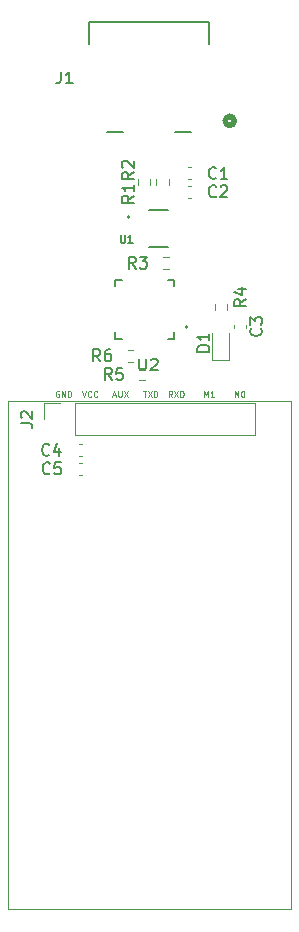
<source format=gbr>
%TF.GenerationSoftware,KiCad,Pcbnew,8.0.9-8.0.9-0~ubuntu24.04.1*%
%TF.CreationDate,2025-06-01T20:42:16+03:00*%
%TF.ProjectId,Telemetry,54656c65-6d65-4747-9279-2e6b69636164,rev?*%
%TF.SameCoordinates,Original*%
%TF.FileFunction,Legend,Top*%
%TF.FilePolarity,Positive*%
%FSLAX46Y46*%
G04 Gerber Fmt 4.6, Leading zero omitted, Abs format (unit mm)*
G04 Created by KiCad (PCBNEW 8.0.9-8.0.9-0~ubuntu24.04.1) date 2025-06-01 20:42:16*
%MOMM*%
%LPD*%
G01*
G04 APERTURE LIST*
%ADD10C,0.100000*%
%ADD11C,0.150000*%
%ADD12C,0.120000*%
%ADD13C,0.127000*%
%ADD14C,0.200000*%
%ADD15C,0.152400*%
%ADD16C,0.508000*%
G04 APERTURE END LIST*
D10*
X107927500Y-86057500D02*
X131927500Y-86057500D01*
X131927500Y-129057500D02*
X107927500Y-129057500D01*
X131927500Y-86057500D02*
X131927500Y-129057500D01*
X107927500Y-129057500D02*
X107927500Y-86057500D01*
X112274241Y-85214919D02*
X112226622Y-85191109D01*
X112226622Y-85191109D02*
X112155193Y-85191109D01*
X112155193Y-85191109D02*
X112083765Y-85214919D01*
X112083765Y-85214919D02*
X112036146Y-85262538D01*
X112036146Y-85262538D02*
X112012336Y-85310157D01*
X112012336Y-85310157D02*
X111988527Y-85405395D01*
X111988527Y-85405395D02*
X111988527Y-85476823D01*
X111988527Y-85476823D02*
X112012336Y-85572061D01*
X112012336Y-85572061D02*
X112036146Y-85619680D01*
X112036146Y-85619680D02*
X112083765Y-85667300D01*
X112083765Y-85667300D02*
X112155193Y-85691109D01*
X112155193Y-85691109D02*
X112202812Y-85691109D01*
X112202812Y-85691109D02*
X112274241Y-85667300D01*
X112274241Y-85667300D02*
X112298050Y-85643490D01*
X112298050Y-85643490D02*
X112298050Y-85476823D01*
X112298050Y-85476823D02*
X112202812Y-85476823D01*
X112512336Y-85691109D02*
X112512336Y-85191109D01*
X112512336Y-85191109D02*
X112798050Y-85691109D01*
X112798050Y-85691109D02*
X112798050Y-85191109D01*
X113036146Y-85691109D02*
X113036146Y-85191109D01*
X113036146Y-85191109D02*
X113155194Y-85191109D01*
X113155194Y-85191109D02*
X113226622Y-85214919D01*
X113226622Y-85214919D02*
X113274241Y-85262538D01*
X113274241Y-85262538D02*
X113298051Y-85310157D01*
X113298051Y-85310157D02*
X113321860Y-85405395D01*
X113321860Y-85405395D02*
X113321860Y-85476823D01*
X113321860Y-85476823D02*
X113298051Y-85572061D01*
X113298051Y-85572061D02*
X113274241Y-85619680D01*
X113274241Y-85619680D02*
X113226622Y-85667300D01*
X113226622Y-85667300D02*
X113155194Y-85691109D01*
X113155194Y-85691109D02*
X113036146Y-85691109D01*
X114226622Y-85191109D02*
X114393288Y-85691109D01*
X114393288Y-85691109D02*
X114559955Y-85191109D01*
X115012335Y-85643490D02*
X114988526Y-85667300D01*
X114988526Y-85667300D02*
X114917097Y-85691109D01*
X114917097Y-85691109D02*
X114869478Y-85691109D01*
X114869478Y-85691109D02*
X114798050Y-85667300D01*
X114798050Y-85667300D02*
X114750431Y-85619680D01*
X114750431Y-85619680D02*
X114726621Y-85572061D01*
X114726621Y-85572061D02*
X114702812Y-85476823D01*
X114702812Y-85476823D02*
X114702812Y-85405395D01*
X114702812Y-85405395D02*
X114726621Y-85310157D01*
X114726621Y-85310157D02*
X114750431Y-85262538D01*
X114750431Y-85262538D02*
X114798050Y-85214919D01*
X114798050Y-85214919D02*
X114869478Y-85191109D01*
X114869478Y-85191109D02*
X114917097Y-85191109D01*
X114917097Y-85191109D02*
X114988526Y-85214919D01*
X114988526Y-85214919D02*
X115012335Y-85238728D01*
X115512335Y-85643490D02*
X115488526Y-85667300D01*
X115488526Y-85667300D02*
X115417097Y-85691109D01*
X115417097Y-85691109D02*
X115369478Y-85691109D01*
X115369478Y-85691109D02*
X115298050Y-85667300D01*
X115298050Y-85667300D02*
X115250431Y-85619680D01*
X115250431Y-85619680D02*
X115226621Y-85572061D01*
X115226621Y-85572061D02*
X115202812Y-85476823D01*
X115202812Y-85476823D02*
X115202812Y-85405395D01*
X115202812Y-85405395D02*
X115226621Y-85310157D01*
X115226621Y-85310157D02*
X115250431Y-85262538D01*
X115250431Y-85262538D02*
X115298050Y-85214919D01*
X115298050Y-85214919D02*
X115369478Y-85191109D01*
X115369478Y-85191109D02*
X115417097Y-85191109D01*
X115417097Y-85191109D02*
X115488526Y-85214919D01*
X115488526Y-85214919D02*
X115512335Y-85238728D01*
X116845668Y-85548252D02*
X117083763Y-85548252D01*
X116798049Y-85691109D02*
X116964715Y-85191109D01*
X116964715Y-85191109D02*
X117131382Y-85691109D01*
X117298048Y-85191109D02*
X117298048Y-85595871D01*
X117298048Y-85595871D02*
X117321858Y-85643490D01*
X117321858Y-85643490D02*
X117345667Y-85667300D01*
X117345667Y-85667300D02*
X117393286Y-85691109D01*
X117393286Y-85691109D02*
X117488524Y-85691109D01*
X117488524Y-85691109D02*
X117536143Y-85667300D01*
X117536143Y-85667300D02*
X117559953Y-85643490D01*
X117559953Y-85643490D02*
X117583762Y-85595871D01*
X117583762Y-85595871D02*
X117583762Y-85191109D01*
X117774239Y-85191109D02*
X118107572Y-85691109D01*
X118107572Y-85191109D02*
X117774239Y-85691109D01*
X119369476Y-85191109D02*
X119655190Y-85191109D01*
X119512333Y-85691109D02*
X119512333Y-85191109D01*
X119774237Y-85191109D02*
X120107570Y-85691109D01*
X120107570Y-85191109D02*
X119774237Y-85691109D01*
X120298046Y-85691109D02*
X120298046Y-85191109D01*
X120298046Y-85191109D02*
X120417094Y-85191109D01*
X120417094Y-85191109D02*
X120488522Y-85214919D01*
X120488522Y-85214919D02*
X120536141Y-85262538D01*
X120536141Y-85262538D02*
X120559951Y-85310157D01*
X120559951Y-85310157D02*
X120583760Y-85405395D01*
X120583760Y-85405395D02*
X120583760Y-85476823D01*
X120583760Y-85476823D02*
X120559951Y-85572061D01*
X120559951Y-85572061D02*
X120536141Y-85619680D01*
X120536141Y-85619680D02*
X120488522Y-85667300D01*
X120488522Y-85667300D02*
X120417094Y-85691109D01*
X120417094Y-85691109D02*
X120298046Y-85691109D01*
X121845664Y-85691109D02*
X121678998Y-85453014D01*
X121559950Y-85691109D02*
X121559950Y-85191109D01*
X121559950Y-85191109D02*
X121750426Y-85191109D01*
X121750426Y-85191109D02*
X121798045Y-85214919D01*
X121798045Y-85214919D02*
X121821855Y-85238728D01*
X121821855Y-85238728D02*
X121845664Y-85286347D01*
X121845664Y-85286347D02*
X121845664Y-85357776D01*
X121845664Y-85357776D02*
X121821855Y-85405395D01*
X121821855Y-85405395D02*
X121798045Y-85429204D01*
X121798045Y-85429204D02*
X121750426Y-85453014D01*
X121750426Y-85453014D02*
X121559950Y-85453014D01*
X122012331Y-85191109D02*
X122345664Y-85691109D01*
X122345664Y-85191109D02*
X122012331Y-85691109D01*
X122536140Y-85691109D02*
X122536140Y-85191109D01*
X122536140Y-85191109D02*
X122655188Y-85191109D01*
X122655188Y-85191109D02*
X122726616Y-85214919D01*
X122726616Y-85214919D02*
X122774235Y-85262538D01*
X122774235Y-85262538D02*
X122798045Y-85310157D01*
X122798045Y-85310157D02*
X122821854Y-85405395D01*
X122821854Y-85405395D02*
X122821854Y-85476823D01*
X122821854Y-85476823D02*
X122798045Y-85572061D01*
X122798045Y-85572061D02*
X122774235Y-85619680D01*
X122774235Y-85619680D02*
X122726616Y-85667300D01*
X122726616Y-85667300D02*
X122655188Y-85691109D01*
X122655188Y-85691109D02*
X122536140Y-85691109D01*
X124559948Y-85691109D02*
X124559948Y-85191109D01*
X124559948Y-85191109D02*
X124726615Y-85548252D01*
X124726615Y-85548252D02*
X124893281Y-85191109D01*
X124893281Y-85191109D02*
X124893281Y-85691109D01*
X125393282Y-85691109D02*
X125107568Y-85691109D01*
X125250425Y-85691109D02*
X125250425Y-85191109D01*
X125250425Y-85191109D02*
X125202806Y-85262538D01*
X125202806Y-85262538D02*
X125155187Y-85310157D01*
X125155187Y-85310157D02*
X125107568Y-85333966D01*
X127131375Y-85691109D02*
X127131375Y-85191109D01*
X127131375Y-85191109D02*
X127298042Y-85548252D01*
X127298042Y-85548252D02*
X127464708Y-85191109D01*
X127464708Y-85191109D02*
X127464708Y-85691109D01*
X127798042Y-85191109D02*
X127845661Y-85191109D01*
X127845661Y-85191109D02*
X127893280Y-85214919D01*
X127893280Y-85214919D02*
X127917090Y-85238728D01*
X127917090Y-85238728D02*
X127940899Y-85286347D01*
X127940899Y-85286347D02*
X127964709Y-85381585D01*
X127964709Y-85381585D02*
X127964709Y-85500633D01*
X127964709Y-85500633D02*
X127940899Y-85595871D01*
X127940899Y-85595871D02*
X127917090Y-85643490D01*
X127917090Y-85643490D02*
X127893280Y-85667300D01*
X127893280Y-85667300D02*
X127845661Y-85691109D01*
X127845661Y-85691109D02*
X127798042Y-85691109D01*
X127798042Y-85691109D02*
X127750423Y-85667300D01*
X127750423Y-85667300D02*
X127726614Y-85643490D01*
X127726614Y-85643490D02*
X127702804Y-85595871D01*
X127702804Y-85595871D02*
X127678995Y-85500633D01*
X127678995Y-85500633D02*
X127678995Y-85381585D01*
X127678995Y-85381585D02*
X127702804Y-85286347D01*
X127702804Y-85286347D02*
X127726614Y-85238728D01*
X127726614Y-85238728D02*
X127750423Y-85214919D01*
X127750423Y-85214919D02*
X127798042Y-85191109D01*
D11*
X111503333Y-92139580D02*
X111455714Y-92187200D01*
X111455714Y-92187200D02*
X111312857Y-92234819D01*
X111312857Y-92234819D02*
X111217619Y-92234819D01*
X111217619Y-92234819D02*
X111074762Y-92187200D01*
X111074762Y-92187200D02*
X110979524Y-92091961D01*
X110979524Y-92091961D02*
X110931905Y-91996723D01*
X110931905Y-91996723D02*
X110884286Y-91806247D01*
X110884286Y-91806247D02*
X110884286Y-91663390D01*
X110884286Y-91663390D02*
X110931905Y-91472914D01*
X110931905Y-91472914D02*
X110979524Y-91377676D01*
X110979524Y-91377676D02*
X111074762Y-91282438D01*
X111074762Y-91282438D02*
X111217619Y-91234819D01*
X111217619Y-91234819D02*
X111312857Y-91234819D01*
X111312857Y-91234819D02*
X111455714Y-91282438D01*
X111455714Y-91282438D02*
X111503333Y-91330057D01*
X112408095Y-91234819D02*
X111931905Y-91234819D01*
X111931905Y-91234819D02*
X111884286Y-91711009D01*
X111884286Y-91711009D02*
X111931905Y-91663390D01*
X111931905Y-91663390D02*
X112027143Y-91615771D01*
X112027143Y-91615771D02*
X112265238Y-91615771D01*
X112265238Y-91615771D02*
X112360476Y-91663390D01*
X112360476Y-91663390D02*
X112408095Y-91711009D01*
X112408095Y-91711009D02*
X112455714Y-91806247D01*
X112455714Y-91806247D02*
X112455714Y-92044342D01*
X112455714Y-92044342D02*
X112408095Y-92139580D01*
X112408095Y-92139580D02*
X112360476Y-92187200D01*
X112360476Y-92187200D02*
X112265238Y-92234819D01*
X112265238Y-92234819D02*
X112027143Y-92234819D01*
X112027143Y-92234819D02*
X111931905Y-92187200D01*
X111931905Y-92187200D02*
X111884286Y-92139580D01*
X111453333Y-90569580D02*
X111405714Y-90617200D01*
X111405714Y-90617200D02*
X111262857Y-90664819D01*
X111262857Y-90664819D02*
X111167619Y-90664819D01*
X111167619Y-90664819D02*
X111024762Y-90617200D01*
X111024762Y-90617200D02*
X110929524Y-90521961D01*
X110929524Y-90521961D02*
X110881905Y-90426723D01*
X110881905Y-90426723D02*
X110834286Y-90236247D01*
X110834286Y-90236247D02*
X110834286Y-90093390D01*
X110834286Y-90093390D02*
X110881905Y-89902914D01*
X110881905Y-89902914D02*
X110929524Y-89807676D01*
X110929524Y-89807676D02*
X111024762Y-89712438D01*
X111024762Y-89712438D02*
X111167619Y-89664819D01*
X111167619Y-89664819D02*
X111262857Y-89664819D01*
X111262857Y-89664819D02*
X111405714Y-89712438D01*
X111405714Y-89712438D02*
X111453333Y-89760057D01*
X112310476Y-89998152D02*
X112310476Y-90664819D01*
X112072381Y-89617200D02*
X111834286Y-90331485D01*
X111834286Y-90331485D02*
X112453333Y-90331485D01*
X119063095Y-82444819D02*
X119063095Y-83254342D01*
X119063095Y-83254342D02*
X119110714Y-83349580D01*
X119110714Y-83349580D02*
X119158333Y-83397200D01*
X119158333Y-83397200D02*
X119253571Y-83444819D01*
X119253571Y-83444819D02*
X119444047Y-83444819D01*
X119444047Y-83444819D02*
X119539285Y-83397200D01*
X119539285Y-83397200D02*
X119586904Y-83349580D01*
X119586904Y-83349580D02*
X119634523Y-83254342D01*
X119634523Y-83254342D02*
X119634523Y-82444819D01*
X120063095Y-82540057D02*
X120110714Y-82492438D01*
X120110714Y-82492438D02*
X120205952Y-82444819D01*
X120205952Y-82444819D02*
X120444047Y-82444819D01*
X120444047Y-82444819D02*
X120539285Y-82492438D01*
X120539285Y-82492438D02*
X120586904Y-82540057D01*
X120586904Y-82540057D02*
X120634523Y-82635295D01*
X120634523Y-82635295D02*
X120634523Y-82730533D01*
X120634523Y-82730533D02*
X120586904Y-82873390D01*
X120586904Y-82873390D02*
X120015476Y-83444819D01*
X120015476Y-83444819D02*
X120634523Y-83444819D01*
X125563333Y-67139580D02*
X125515714Y-67187200D01*
X125515714Y-67187200D02*
X125372857Y-67234819D01*
X125372857Y-67234819D02*
X125277619Y-67234819D01*
X125277619Y-67234819D02*
X125134762Y-67187200D01*
X125134762Y-67187200D02*
X125039524Y-67091961D01*
X125039524Y-67091961D02*
X124991905Y-66996723D01*
X124991905Y-66996723D02*
X124944286Y-66806247D01*
X124944286Y-66806247D02*
X124944286Y-66663390D01*
X124944286Y-66663390D02*
X124991905Y-66472914D01*
X124991905Y-66472914D02*
X125039524Y-66377676D01*
X125039524Y-66377676D02*
X125134762Y-66282438D01*
X125134762Y-66282438D02*
X125277619Y-66234819D01*
X125277619Y-66234819D02*
X125372857Y-66234819D01*
X125372857Y-66234819D02*
X125515714Y-66282438D01*
X125515714Y-66282438D02*
X125563333Y-66330057D01*
X126515714Y-67234819D02*
X125944286Y-67234819D01*
X126230000Y-67234819D02*
X126230000Y-66234819D01*
X126230000Y-66234819D02*
X126134762Y-66377676D01*
X126134762Y-66377676D02*
X126039524Y-66472914D01*
X126039524Y-66472914D02*
X125944286Y-66520533D01*
X116738333Y-84254819D02*
X116405000Y-83778628D01*
X116166905Y-84254819D02*
X116166905Y-83254819D01*
X116166905Y-83254819D02*
X116547857Y-83254819D01*
X116547857Y-83254819D02*
X116643095Y-83302438D01*
X116643095Y-83302438D02*
X116690714Y-83350057D01*
X116690714Y-83350057D02*
X116738333Y-83445295D01*
X116738333Y-83445295D02*
X116738333Y-83588152D01*
X116738333Y-83588152D02*
X116690714Y-83683390D01*
X116690714Y-83683390D02*
X116643095Y-83731009D01*
X116643095Y-83731009D02*
X116547857Y-83778628D01*
X116547857Y-83778628D02*
X116166905Y-83778628D01*
X117643095Y-83254819D02*
X117166905Y-83254819D01*
X117166905Y-83254819D02*
X117119286Y-83731009D01*
X117119286Y-83731009D02*
X117166905Y-83683390D01*
X117166905Y-83683390D02*
X117262143Y-83635771D01*
X117262143Y-83635771D02*
X117500238Y-83635771D01*
X117500238Y-83635771D02*
X117595476Y-83683390D01*
X117595476Y-83683390D02*
X117643095Y-83731009D01*
X117643095Y-83731009D02*
X117690714Y-83826247D01*
X117690714Y-83826247D02*
X117690714Y-84064342D01*
X117690714Y-84064342D02*
X117643095Y-84159580D01*
X117643095Y-84159580D02*
X117595476Y-84207200D01*
X117595476Y-84207200D02*
X117500238Y-84254819D01*
X117500238Y-84254819D02*
X117262143Y-84254819D01*
X117262143Y-84254819D02*
X117166905Y-84207200D01*
X117166905Y-84207200D02*
X117119286Y-84159580D01*
X112436666Y-58134819D02*
X112436666Y-58849104D01*
X112436666Y-58849104D02*
X112389047Y-58991961D01*
X112389047Y-58991961D02*
X112293809Y-59087200D01*
X112293809Y-59087200D02*
X112150952Y-59134819D01*
X112150952Y-59134819D02*
X112055714Y-59134819D01*
X113436666Y-59134819D02*
X112865238Y-59134819D01*
X113150952Y-59134819D02*
X113150952Y-58134819D01*
X113150952Y-58134819D02*
X113055714Y-58277676D01*
X113055714Y-58277676D02*
X112960476Y-58372914D01*
X112960476Y-58372914D02*
X112865238Y-58420533D01*
X118594819Y-66656666D02*
X118118628Y-66989999D01*
X118594819Y-67228094D02*
X117594819Y-67228094D01*
X117594819Y-67228094D02*
X117594819Y-66847142D01*
X117594819Y-66847142D02*
X117642438Y-66751904D01*
X117642438Y-66751904D02*
X117690057Y-66704285D01*
X117690057Y-66704285D02*
X117785295Y-66656666D01*
X117785295Y-66656666D02*
X117928152Y-66656666D01*
X117928152Y-66656666D02*
X118023390Y-66704285D01*
X118023390Y-66704285D02*
X118071009Y-66751904D01*
X118071009Y-66751904D02*
X118118628Y-66847142D01*
X118118628Y-66847142D02*
X118118628Y-67228094D01*
X117690057Y-66275713D02*
X117642438Y-66228094D01*
X117642438Y-66228094D02*
X117594819Y-66132856D01*
X117594819Y-66132856D02*
X117594819Y-65894761D01*
X117594819Y-65894761D02*
X117642438Y-65799523D01*
X117642438Y-65799523D02*
X117690057Y-65751904D01*
X117690057Y-65751904D02*
X117785295Y-65704285D01*
X117785295Y-65704285D02*
X117880533Y-65704285D01*
X117880533Y-65704285D02*
X118023390Y-65751904D01*
X118023390Y-65751904D02*
X118594819Y-66323332D01*
X118594819Y-66323332D02*
X118594819Y-65704285D01*
X118763333Y-74814819D02*
X118430000Y-74338628D01*
X118191905Y-74814819D02*
X118191905Y-73814819D01*
X118191905Y-73814819D02*
X118572857Y-73814819D01*
X118572857Y-73814819D02*
X118668095Y-73862438D01*
X118668095Y-73862438D02*
X118715714Y-73910057D01*
X118715714Y-73910057D02*
X118763333Y-74005295D01*
X118763333Y-74005295D02*
X118763333Y-74148152D01*
X118763333Y-74148152D02*
X118715714Y-74243390D01*
X118715714Y-74243390D02*
X118668095Y-74291009D01*
X118668095Y-74291009D02*
X118572857Y-74338628D01*
X118572857Y-74338628D02*
X118191905Y-74338628D01*
X119096667Y-73814819D02*
X119715714Y-73814819D01*
X119715714Y-73814819D02*
X119382381Y-74195771D01*
X119382381Y-74195771D02*
X119525238Y-74195771D01*
X119525238Y-74195771D02*
X119620476Y-74243390D01*
X119620476Y-74243390D02*
X119668095Y-74291009D01*
X119668095Y-74291009D02*
X119715714Y-74386247D01*
X119715714Y-74386247D02*
X119715714Y-74624342D01*
X119715714Y-74624342D02*
X119668095Y-74719580D01*
X119668095Y-74719580D02*
X119620476Y-74767200D01*
X119620476Y-74767200D02*
X119525238Y-74814819D01*
X119525238Y-74814819D02*
X119239524Y-74814819D01*
X119239524Y-74814819D02*
X119144286Y-74767200D01*
X119144286Y-74767200D02*
X119096667Y-74719580D01*
X118594819Y-68666666D02*
X118118628Y-68999999D01*
X118594819Y-69238094D02*
X117594819Y-69238094D01*
X117594819Y-69238094D02*
X117594819Y-68857142D01*
X117594819Y-68857142D02*
X117642438Y-68761904D01*
X117642438Y-68761904D02*
X117690057Y-68714285D01*
X117690057Y-68714285D02*
X117785295Y-68666666D01*
X117785295Y-68666666D02*
X117928152Y-68666666D01*
X117928152Y-68666666D02*
X118023390Y-68714285D01*
X118023390Y-68714285D02*
X118071009Y-68761904D01*
X118071009Y-68761904D02*
X118118628Y-68857142D01*
X118118628Y-68857142D02*
X118118628Y-69238094D01*
X118594819Y-67714285D02*
X118594819Y-68285713D01*
X118594819Y-67999999D02*
X117594819Y-67999999D01*
X117594819Y-67999999D02*
X117737676Y-68095237D01*
X117737676Y-68095237D02*
X117832914Y-68190475D01*
X117832914Y-68190475D02*
X117880533Y-68285713D01*
X129359580Y-79891666D02*
X129407200Y-79939285D01*
X129407200Y-79939285D02*
X129454819Y-80082142D01*
X129454819Y-80082142D02*
X129454819Y-80177380D01*
X129454819Y-80177380D02*
X129407200Y-80320237D01*
X129407200Y-80320237D02*
X129311961Y-80415475D01*
X129311961Y-80415475D02*
X129216723Y-80463094D01*
X129216723Y-80463094D02*
X129026247Y-80510713D01*
X129026247Y-80510713D02*
X128883390Y-80510713D01*
X128883390Y-80510713D02*
X128692914Y-80463094D01*
X128692914Y-80463094D02*
X128597676Y-80415475D01*
X128597676Y-80415475D02*
X128502438Y-80320237D01*
X128502438Y-80320237D02*
X128454819Y-80177380D01*
X128454819Y-80177380D02*
X128454819Y-80082142D01*
X128454819Y-80082142D02*
X128502438Y-79939285D01*
X128502438Y-79939285D02*
X128550057Y-79891666D01*
X128454819Y-79558332D02*
X128454819Y-78939285D01*
X128454819Y-78939285D02*
X128835771Y-79272618D01*
X128835771Y-79272618D02*
X128835771Y-79129761D01*
X128835771Y-79129761D02*
X128883390Y-79034523D01*
X128883390Y-79034523D02*
X128931009Y-78986904D01*
X128931009Y-78986904D02*
X129026247Y-78939285D01*
X129026247Y-78939285D02*
X129264342Y-78939285D01*
X129264342Y-78939285D02*
X129359580Y-78986904D01*
X129359580Y-78986904D02*
X129407200Y-79034523D01*
X129407200Y-79034523D02*
X129454819Y-79129761D01*
X129454819Y-79129761D02*
X129454819Y-79415475D01*
X129454819Y-79415475D02*
X129407200Y-79510713D01*
X129407200Y-79510713D02*
X129359580Y-79558332D01*
X125573333Y-68679580D02*
X125525714Y-68727200D01*
X125525714Y-68727200D02*
X125382857Y-68774819D01*
X125382857Y-68774819D02*
X125287619Y-68774819D01*
X125287619Y-68774819D02*
X125144762Y-68727200D01*
X125144762Y-68727200D02*
X125049524Y-68631961D01*
X125049524Y-68631961D02*
X125001905Y-68536723D01*
X125001905Y-68536723D02*
X124954286Y-68346247D01*
X124954286Y-68346247D02*
X124954286Y-68203390D01*
X124954286Y-68203390D02*
X125001905Y-68012914D01*
X125001905Y-68012914D02*
X125049524Y-67917676D01*
X125049524Y-67917676D02*
X125144762Y-67822438D01*
X125144762Y-67822438D02*
X125287619Y-67774819D01*
X125287619Y-67774819D02*
X125382857Y-67774819D01*
X125382857Y-67774819D02*
X125525714Y-67822438D01*
X125525714Y-67822438D02*
X125573333Y-67870057D01*
X125954286Y-67870057D02*
X126001905Y-67822438D01*
X126001905Y-67822438D02*
X126097143Y-67774819D01*
X126097143Y-67774819D02*
X126335238Y-67774819D01*
X126335238Y-67774819D02*
X126430476Y-67822438D01*
X126430476Y-67822438D02*
X126478095Y-67870057D01*
X126478095Y-67870057D02*
X126525714Y-67965295D01*
X126525714Y-67965295D02*
X126525714Y-68060533D01*
X126525714Y-68060533D02*
X126478095Y-68203390D01*
X126478095Y-68203390D02*
X125906667Y-68774819D01*
X125906667Y-68774819D02*
X126525714Y-68774819D01*
X109014819Y-87893333D02*
X109729104Y-87893333D01*
X109729104Y-87893333D02*
X109871961Y-87940952D01*
X109871961Y-87940952D02*
X109967200Y-88036190D01*
X109967200Y-88036190D02*
X110014819Y-88179047D01*
X110014819Y-88179047D02*
X110014819Y-88274285D01*
X109110057Y-87464761D02*
X109062438Y-87417142D01*
X109062438Y-87417142D02*
X109014819Y-87321904D01*
X109014819Y-87321904D02*
X109014819Y-87083809D01*
X109014819Y-87083809D02*
X109062438Y-86988571D01*
X109062438Y-86988571D02*
X109110057Y-86940952D01*
X109110057Y-86940952D02*
X109205295Y-86893333D01*
X109205295Y-86893333D02*
X109300533Y-86893333D01*
X109300533Y-86893333D02*
X109443390Y-86940952D01*
X109443390Y-86940952D02*
X110014819Y-87512380D01*
X110014819Y-87512380D02*
X110014819Y-86893333D01*
X115748333Y-82654819D02*
X115415000Y-82178628D01*
X115176905Y-82654819D02*
X115176905Y-81654819D01*
X115176905Y-81654819D02*
X115557857Y-81654819D01*
X115557857Y-81654819D02*
X115653095Y-81702438D01*
X115653095Y-81702438D02*
X115700714Y-81750057D01*
X115700714Y-81750057D02*
X115748333Y-81845295D01*
X115748333Y-81845295D02*
X115748333Y-81988152D01*
X115748333Y-81988152D02*
X115700714Y-82083390D01*
X115700714Y-82083390D02*
X115653095Y-82131009D01*
X115653095Y-82131009D02*
X115557857Y-82178628D01*
X115557857Y-82178628D02*
X115176905Y-82178628D01*
X116605476Y-81654819D02*
X116415000Y-81654819D01*
X116415000Y-81654819D02*
X116319762Y-81702438D01*
X116319762Y-81702438D02*
X116272143Y-81750057D01*
X116272143Y-81750057D02*
X116176905Y-81892914D01*
X116176905Y-81892914D02*
X116129286Y-82083390D01*
X116129286Y-82083390D02*
X116129286Y-82464342D01*
X116129286Y-82464342D02*
X116176905Y-82559580D01*
X116176905Y-82559580D02*
X116224524Y-82607200D01*
X116224524Y-82607200D02*
X116319762Y-82654819D01*
X116319762Y-82654819D02*
X116510238Y-82654819D01*
X116510238Y-82654819D02*
X116605476Y-82607200D01*
X116605476Y-82607200D02*
X116653095Y-82559580D01*
X116653095Y-82559580D02*
X116700714Y-82464342D01*
X116700714Y-82464342D02*
X116700714Y-82226247D01*
X116700714Y-82226247D02*
X116653095Y-82131009D01*
X116653095Y-82131009D02*
X116605476Y-82083390D01*
X116605476Y-82083390D02*
X116510238Y-82035771D01*
X116510238Y-82035771D02*
X116319762Y-82035771D01*
X116319762Y-82035771D02*
X116224524Y-82083390D01*
X116224524Y-82083390D02*
X116176905Y-82131009D01*
X116176905Y-82131009D02*
X116129286Y-82226247D01*
X124994819Y-81850594D02*
X123994819Y-81850594D01*
X123994819Y-81850594D02*
X123994819Y-81612499D01*
X123994819Y-81612499D02*
X124042438Y-81469642D01*
X124042438Y-81469642D02*
X124137676Y-81374404D01*
X124137676Y-81374404D02*
X124232914Y-81326785D01*
X124232914Y-81326785D02*
X124423390Y-81279166D01*
X124423390Y-81279166D02*
X124566247Y-81279166D01*
X124566247Y-81279166D02*
X124756723Y-81326785D01*
X124756723Y-81326785D02*
X124851961Y-81374404D01*
X124851961Y-81374404D02*
X124947200Y-81469642D01*
X124947200Y-81469642D02*
X124994819Y-81612499D01*
X124994819Y-81612499D02*
X124994819Y-81850594D01*
X124994819Y-80326785D02*
X124994819Y-80898213D01*
X124994819Y-80612499D02*
X123994819Y-80612499D01*
X123994819Y-80612499D02*
X124137676Y-80707737D01*
X124137676Y-80707737D02*
X124232914Y-80802975D01*
X124232914Y-80802975D02*
X124280533Y-80898213D01*
X128104819Y-77416666D02*
X127628628Y-77749999D01*
X128104819Y-77988094D02*
X127104819Y-77988094D01*
X127104819Y-77988094D02*
X127104819Y-77607142D01*
X127104819Y-77607142D02*
X127152438Y-77511904D01*
X127152438Y-77511904D02*
X127200057Y-77464285D01*
X127200057Y-77464285D02*
X127295295Y-77416666D01*
X127295295Y-77416666D02*
X127438152Y-77416666D01*
X127438152Y-77416666D02*
X127533390Y-77464285D01*
X127533390Y-77464285D02*
X127581009Y-77511904D01*
X127581009Y-77511904D02*
X127628628Y-77607142D01*
X127628628Y-77607142D02*
X127628628Y-77988094D01*
X127438152Y-76559523D02*
X128104819Y-76559523D01*
X127057200Y-76797618D02*
X127771485Y-77035713D01*
X127771485Y-77035713D02*
X127771485Y-76416666D01*
X117492380Y-71978276D02*
X117492380Y-72496371D01*
X117492380Y-72496371D02*
X117522857Y-72557323D01*
X117522857Y-72557323D02*
X117553333Y-72587800D01*
X117553333Y-72587800D02*
X117614285Y-72618276D01*
X117614285Y-72618276D02*
X117736190Y-72618276D01*
X117736190Y-72618276D02*
X117797142Y-72587800D01*
X117797142Y-72587800D02*
X117827619Y-72557323D01*
X117827619Y-72557323D02*
X117858095Y-72496371D01*
X117858095Y-72496371D02*
X117858095Y-71978276D01*
X118498095Y-72618276D02*
X118132380Y-72618276D01*
X118315237Y-72618276D02*
X118315237Y-71978276D01*
X118315237Y-71978276D02*
X118254285Y-72069704D01*
X118254285Y-72069704D02*
X118193333Y-72130657D01*
X118193333Y-72130657D02*
X118132380Y-72161133D01*
D12*
%TO.C,C5*%
X113944420Y-91260000D02*
X114225580Y-91260000D01*
X113944420Y-92280000D02*
X114225580Y-92280000D01*
%TO.C,C4*%
X113944420Y-89700000D02*
X114225580Y-89700000D01*
X113944420Y-90720000D02*
X114225580Y-90720000D01*
D13*
%TO.C,U2*%
X117030000Y-75750000D02*
X117030000Y-76300000D01*
X117030000Y-75750000D02*
X117580000Y-75750000D01*
X117030000Y-80750000D02*
X117030000Y-80200000D01*
X117030000Y-80750000D02*
X117580000Y-80750000D01*
X122030000Y-75750000D02*
X121480000Y-75750000D01*
X122030000Y-75750000D02*
X122030000Y-76300000D01*
X122030000Y-80750000D02*
X121480000Y-80750000D01*
X122030000Y-80750000D02*
X122030000Y-80200000D01*
D14*
X123170000Y-79750000D02*
G75*
G02*
X122970000Y-79750000I-100000J0D01*
G01*
X122970000Y-79750000D02*
G75*
G02*
X123170000Y-79750000I100000J0D01*
G01*
D12*
%TO.C,C1*%
X123179420Y-66240000D02*
X123460580Y-66240000D01*
X123179420Y-67260000D02*
X123460580Y-67260000D01*
%TO.C,R5*%
X119082742Y-83227500D02*
X119557258Y-83227500D01*
X119082742Y-84272500D02*
X119557258Y-84272500D01*
D15*
%TO.C,J1*%
X114790000Y-53977200D02*
X114790000Y-55780600D01*
X116314000Y-63222800D02*
X117685600Y-63222800D01*
X122054400Y-63222800D02*
X123426000Y-63222800D01*
X124950000Y-53977200D02*
X114790000Y-53977200D01*
X124950000Y-55780600D02*
X124950000Y-53977200D01*
D16*
X126347000Y-62308400D02*
G75*
G02*
X127109000Y-62308400I381000J0D01*
G01*
X127109000Y-62308400D02*
G75*
G02*
X126347000Y-62308400I-381000J0D01*
G01*
D12*
%TO.C,R2*%
X118947500Y-67262742D02*
X118947500Y-67737258D01*
X119992500Y-67262742D02*
X119992500Y-67737258D01*
%TO.C,R3*%
X121582258Y-73827500D02*
X121107742Y-73827500D01*
X121582258Y-74872500D02*
X121107742Y-74872500D01*
%TO.C,R1*%
X120497500Y-67737258D02*
X120497500Y-67262742D01*
X121542500Y-67737258D02*
X121542500Y-67262742D01*
%TO.C,C3*%
X127060000Y-79584420D02*
X127060000Y-79865580D01*
X128080000Y-79584420D02*
X128080000Y-79865580D01*
%TO.C,C2*%
X123179420Y-67790000D02*
X123460580Y-67790000D01*
X123179420Y-68810000D02*
X123460580Y-68810000D01*
%TO.C,J2*%
X111000000Y-86230000D02*
X112330000Y-86230000D01*
X111000000Y-87560000D02*
X111000000Y-86230000D01*
X113600000Y-86230000D02*
X128900000Y-86230000D01*
X113600000Y-88890000D02*
X113600000Y-86230000D01*
X113600000Y-88890000D02*
X128900000Y-88890000D01*
X128900000Y-88890000D02*
X128900000Y-86230000D01*
%TO.C,R6*%
X118082742Y-81677500D02*
X118557258Y-81677500D01*
X118082742Y-82722500D02*
X118557258Y-82722500D01*
%TO.C,D1*%
X125235000Y-80312500D02*
X125235000Y-82597500D01*
X125235000Y-82597500D02*
X126705000Y-82597500D01*
X126705000Y-82597500D02*
X126705000Y-80312500D01*
%TO.C,R4*%
X125447500Y-77837742D02*
X125447500Y-78312258D01*
X126492500Y-77837742D02*
X126492500Y-78312258D01*
D13*
%TO.C,U1*%
X121532500Y-69835000D02*
X119907500Y-69835000D01*
X121532500Y-72965000D02*
X119907500Y-72965000D01*
D14*
X118265000Y-70455000D02*
G75*
G02*
X118065000Y-70455000I-100000J0D01*
G01*
X118065000Y-70455000D02*
G75*
G02*
X118265000Y-70455000I100000J0D01*
G01*
%TD*%
M02*

</source>
